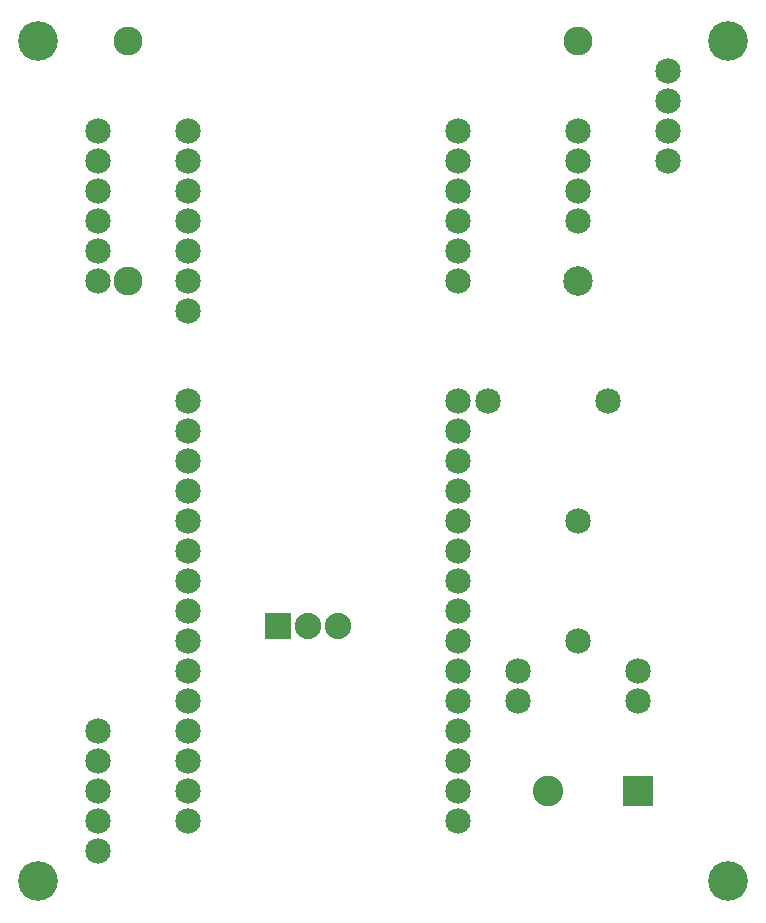
<source format=gbs>
G04 MADE WITH FRITZING*
G04 WWW.FRITZING.ORG*
G04 DOUBLE SIDED*
G04 HOLES PLATED*
G04 CONTOUR ON CENTER OF CONTOUR VECTOR*
%ASAXBY*%
%FSLAX23Y23*%
%MOIN*%
%OFA0B0*%
%SFA1.0B1.0*%
%ADD10C,0.132047*%
%ADD11C,0.098583*%
%ADD12C,0.096614*%
%ADD13C,0.085000*%
%ADD14C,0.102000*%
%ADD15C,0.088000*%
%ADD16C,0.084803*%
%ADD17R,0.102000X0.102000*%
%ADD18R,0.088000X0.088000*%
%LNMASK0*%
G90*
G70*
G54D10*
X2387Y2897D03*
X2387Y97D03*
X87Y97D03*
X87Y2897D03*
G54D11*
X1887Y2097D03*
G54D12*
X1887Y2897D03*
X387Y2097D03*
X387Y2897D03*
G54D13*
X2087Y797D03*
X1687Y797D03*
X1987Y1697D03*
X1587Y1697D03*
X2087Y697D03*
X1687Y697D03*
G54D14*
X2087Y397D03*
X1787Y397D03*
G54D15*
X1087Y946D03*
X987Y946D03*
X887Y946D03*
G54D13*
X1887Y897D03*
X1887Y1297D03*
G54D16*
X1487Y2097D03*
X2187Y2797D03*
X2187Y2597D03*
X2187Y2697D03*
X2187Y2497D03*
X1487Y2197D03*
X287Y2197D03*
X1487Y2297D03*
X1487Y2597D03*
X1487Y2397D03*
X1487Y2497D03*
X587Y1997D03*
X587Y2297D03*
X1887Y2297D03*
X587Y2397D03*
X587Y2497D03*
X587Y2597D03*
X287Y2297D03*
X1887Y2397D03*
X587Y2197D03*
X1887Y2497D03*
X587Y2097D03*
X1887Y2597D03*
X287Y2597D03*
X287Y2097D03*
X287Y2497D03*
X287Y2397D03*
X1487Y1297D03*
X1487Y297D03*
X1487Y1597D03*
X1487Y1397D03*
X1487Y697D03*
X1487Y1497D03*
X1487Y397D03*
X1487Y997D03*
X1487Y1097D03*
X287Y397D03*
X287Y197D03*
X1487Y797D03*
X287Y597D03*
X287Y497D03*
X1487Y497D03*
X1487Y1697D03*
X1487Y1197D03*
X1487Y897D03*
X587Y997D03*
X587Y797D03*
X287Y297D03*
X587Y697D03*
X587Y497D03*
X587Y397D03*
X587Y597D03*
X587Y297D03*
X587Y897D03*
X1487Y597D03*
X587Y1697D03*
X587Y1097D03*
X587Y1497D03*
X587Y1597D03*
X587Y1197D03*
X587Y1297D03*
X587Y1397D03*
G54D17*
X2087Y397D03*
G54D18*
X887Y947D03*
G04 End of Mask0*
M02*
</source>
